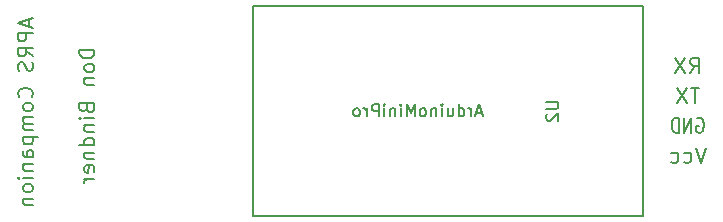
<source format=gbo>
G04 #@! TF.FileFunction,Legend,Bot*
%FSLAX46Y46*%
G04 Gerber Fmt 4.6, Leading zero omitted, Abs format (unit mm)*
G04 Created by KiCad (PCBNEW no-vcs-found-product) date Thu 23 Jul 2015 04:44:35 PM CDT*
%MOMM*%
G01*
G04 APERTURE LIST*
%ADD10C,0.127000*%
G04 APERTURE END LIST*
D10*
X141544524Y-108482190D02*
X140274524Y-108482190D01*
X140274524Y-108784571D01*
X140335000Y-108965999D01*
X140455952Y-109086952D01*
X140576905Y-109147428D01*
X140818810Y-109207904D01*
X141000238Y-109207904D01*
X141242143Y-109147428D01*
X141363095Y-109086952D01*
X141484048Y-108965999D01*
X141544524Y-108784571D01*
X141544524Y-108482190D01*
X141544524Y-109933619D02*
X141484048Y-109812666D01*
X141423571Y-109752190D01*
X141302619Y-109691714D01*
X140939762Y-109691714D01*
X140818810Y-109752190D01*
X140758333Y-109812666D01*
X140697857Y-109933619D01*
X140697857Y-110115047D01*
X140758333Y-110235999D01*
X140818810Y-110296476D01*
X140939762Y-110356952D01*
X141302619Y-110356952D01*
X141423571Y-110296476D01*
X141484048Y-110235999D01*
X141544524Y-110115047D01*
X141544524Y-109933619D01*
X140697857Y-110901238D02*
X141544524Y-110901238D01*
X140818810Y-110901238D02*
X140758333Y-110961714D01*
X140697857Y-111082667D01*
X140697857Y-111264095D01*
X140758333Y-111385047D01*
X140879286Y-111445524D01*
X141544524Y-111445524D01*
X140879286Y-113441238D02*
X140939762Y-113622667D01*
X141000238Y-113683143D01*
X141121190Y-113743619D01*
X141302619Y-113743619D01*
X141423571Y-113683143D01*
X141484048Y-113622667D01*
X141544524Y-113501714D01*
X141544524Y-113017905D01*
X140274524Y-113017905D01*
X140274524Y-113441238D01*
X140335000Y-113562191D01*
X140395476Y-113622667D01*
X140516429Y-113683143D01*
X140637381Y-113683143D01*
X140758333Y-113622667D01*
X140818810Y-113562191D01*
X140879286Y-113441238D01*
X140879286Y-113017905D01*
X141544524Y-114287905D02*
X140697857Y-114287905D01*
X140274524Y-114287905D02*
X140335000Y-114227429D01*
X140395476Y-114287905D01*
X140335000Y-114348381D01*
X140274524Y-114287905D01*
X140395476Y-114287905D01*
X140697857Y-114892667D02*
X141544524Y-114892667D01*
X140818810Y-114892667D02*
X140758333Y-114953143D01*
X140697857Y-115074096D01*
X140697857Y-115255524D01*
X140758333Y-115376476D01*
X140879286Y-115436953D01*
X141544524Y-115436953D01*
X141544524Y-116586001D02*
X140274524Y-116586001D01*
X141484048Y-116586001D02*
X141544524Y-116465048D01*
X141544524Y-116223144D01*
X141484048Y-116102191D01*
X141423571Y-116041715D01*
X141302619Y-115981239D01*
X140939762Y-115981239D01*
X140818810Y-116041715D01*
X140758333Y-116102191D01*
X140697857Y-116223144D01*
X140697857Y-116465048D01*
X140758333Y-116586001D01*
X140697857Y-117190763D02*
X141544524Y-117190763D01*
X140818810Y-117190763D02*
X140758333Y-117251239D01*
X140697857Y-117372192D01*
X140697857Y-117553620D01*
X140758333Y-117674572D01*
X140879286Y-117735049D01*
X141544524Y-117735049D01*
X141484048Y-118823620D02*
X141544524Y-118702668D01*
X141544524Y-118460763D01*
X141484048Y-118339811D01*
X141363095Y-118279335D01*
X140879286Y-118279335D01*
X140758333Y-118339811D01*
X140697857Y-118460763D01*
X140697857Y-118702668D01*
X140758333Y-118823620D01*
X140879286Y-118884097D01*
X141000238Y-118884097D01*
X141121190Y-118279335D01*
X141544524Y-119428382D02*
X140697857Y-119428382D01*
X140939762Y-119428382D02*
X140818810Y-119488858D01*
X140758333Y-119549334D01*
X140697857Y-119670287D01*
X140697857Y-119791239D01*
X135974667Y-105899857D02*
X135974667Y-106504619D01*
X136337524Y-105778904D02*
X135067524Y-106202238D01*
X136337524Y-106625571D01*
X136337524Y-107048904D02*
X135067524Y-107048904D01*
X135067524Y-107532713D01*
X135128000Y-107653666D01*
X135188476Y-107714142D01*
X135309429Y-107774618D01*
X135490857Y-107774618D01*
X135611810Y-107714142D01*
X135672286Y-107653666D01*
X135732762Y-107532713D01*
X135732762Y-107048904D01*
X136337524Y-109044618D02*
X135732762Y-108621285D01*
X136337524Y-108318904D02*
X135067524Y-108318904D01*
X135067524Y-108802713D01*
X135128000Y-108923666D01*
X135188476Y-108984142D01*
X135309429Y-109044618D01*
X135490857Y-109044618D01*
X135611810Y-108984142D01*
X135672286Y-108923666D01*
X135732762Y-108802713D01*
X135732762Y-108318904D01*
X136277048Y-109528428D02*
X136337524Y-109709856D01*
X136337524Y-110012237D01*
X136277048Y-110133190D01*
X136216571Y-110193666D01*
X136095619Y-110254142D01*
X135974667Y-110254142D01*
X135853714Y-110193666D01*
X135793238Y-110133190D01*
X135732762Y-110012237D01*
X135672286Y-109770333D01*
X135611810Y-109649380D01*
X135551333Y-109588904D01*
X135430381Y-109528428D01*
X135309429Y-109528428D01*
X135188476Y-109588904D01*
X135128000Y-109649380D01*
X135067524Y-109770333D01*
X135067524Y-110072713D01*
X135128000Y-110254142D01*
X136216571Y-112491761D02*
X136277048Y-112431285D01*
X136337524Y-112249856D01*
X136337524Y-112128904D01*
X136277048Y-111947476D01*
X136156095Y-111826523D01*
X136035143Y-111766047D01*
X135793238Y-111705571D01*
X135611810Y-111705571D01*
X135369905Y-111766047D01*
X135248952Y-111826523D01*
X135128000Y-111947476D01*
X135067524Y-112128904D01*
X135067524Y-112249856D01*
X135128000Y-112431285D01*
X135188476Y-112491761D01*
X136337524Y-113217476D02*
X136277048Y-113096523D01*
X136216571Y-113036047D01*
X136095619Y-112975571D01*
X135732762Y-112975571D01*
X135611810Y-113036047D01*
X135551333Y-113096523D01*
X135490857Y-113217476D01*
X135490857Y-113398904D01*
X135551333Y-113519856D01*
X135611810Y-113580333D01*
X135732762Y-113640809D01*
X136095619Y-113640809D01*
X136216571Y-113580333D01*
X136277048Y-113519856D01*
X136337524Y-113398904D01*
X136337524Y-113217476D01*
X136337524Y-114185095D02*
X135490857Y-114185095D01*
X135611810Y-114185095D02*
X135551333Y-114245571D01*
X135490857Y-114366524D01*
X135490857Y-114547952D01*
X135551333Y-114668904D01*
X135672286Y-114729381D01*
X136337524Y-114729381D01*
X135672286Y-114729381D02*
X135551333Y-114789857D01*
X135490857Y-114910809D01*
X135490857Y-115092238D01*
X135551333Y-115213190D01*
X135672286Y-115273666D01*
X136337524Y-115273666D01*
X135490857Y-115878428D02*
X136760857Y-115878428D01*
X135551333Y-115878428D02*
X135490857Y-115999380D01*
X135490857Y-116241285D01*
X135551333Y-116362237D01*
X135611810Y-116422714D01*
X135732762Y-116483190D01*
X136095619Y-116483190D01*
X136216571Y-116422714D01*
X136277048Y-116362237D01*
X136337524Y-116241285D01*
X136337524Y-115999380D01*
X136277048Y-115878428D01*
X136337524Y-117571762D02*
X135672286Y-117571762D01*
X135551333Y-117511285D01*
X135490857Y-117390333D01*
X135490857Y-117148428D01*
X135551333Y-117027476D01*
X136277048Y-117571762D02*
X136337524Y-117450809D01*
X136337524Y-117148428D01*
X136277048Y-117027476D01*
X136156095Y-116967000D01*
X136035143Y-116967000D01*
X135914190Y-117027476D01*
X135853714Y-117148428D01*
X135853714Y-117450809D01*
X135793238Y-117571762D01*
X135490857Y-118176524D02*
X136337524Y-118176524D01*
X135611810Y-118176524D02*
X135551333Y-118237000D01*
X135490857Y-118357953D01*
X135490857Y-118539381D01*
X135551333Y-118660333D01*
X135672286Y-118720810D01*
X136337524Y-118720810D01*
X136337524Y-119325572D02*
X135490857Y-119325572D01*
X135067524Y-119325572D02*
X135128000Y-119265096D01*
X135188476Y-119325572D01*
X135128000Y-119386048D01*
X135067524Y-119325572D01*
X135188476Y-119325572D01*
X136337524Y-120111763D02*
X136277048Y-119990810D01*
X136216571Y-119930334D01*
X136095619Y-119869858D01*
X135732762Y-119869858D01*
X135611810Y-119930334D01*
X135551333Y-119990810D01*
X135490857Y-120111763D01*
X135490857Y-120293191D01*
X135551333Y-120414143D01*
X135611810Y-120474620D01*
X135732762Y-120535096D01*
X136095619Y-120535096D01*
X136216571Y-120474620D01*
X136277048Y-120414143D01*
X136337524Y-120293191D01*
X136337524Y-120111763D01*
X135490857Y-121079382D02*
X136337524Y-121079382D01*
X135611810Y-121079382D02*
X135551333Y-121139858D01*
X135490857Y-121260811D01*
X135490857Y-121442239D01*
X135551333Y-121563191D01*
X135672286Y-121623668D01*
X136337524Y-121623668D01*
X193281904Y-116779524D02*
X192858570Y-118049524D01*
X192435237Y-116779524D01*
X191467618Y-117989048D02*
X191588571Y-118049524D01*
X191830475Y-118049524D01*
X191951428Y-117989048D01*
X192011904Y-117928571D01*
X192072380Y-117807619D01*
X192072380Y-117444762D01*
X192011904Y-117323810D01*
X191951428Y-117263333D01*
X191830475Y-117202857D01*
X191588571Y-117202857D01*
X191467618Y-117263333D01*
X190379047Y-117989048D02*
X190500000Y-118049524D01*
X190741904Y-118049524D01*
X190862857Y-117989048D01*
X190923333Y-117928571D01*
X190983809Y-117807619D01*
X190983809Y-117444762D01*
X190923333Y-117323810D01*
X190862857Y-117263333D01*
X190741904Y-117202857D01*
X190500000Y-117202857D01*
X190379047Y-117263333D01*
X192544095Y-114300000D02*
X192640857Y-114239524D01*
X192786000Y-114239524D01*
X192931142Y-114300000D01*
X193027904Y-114420952D01*
X193076285Y-114541905D01*
X193124666Y-114783810D01*
X193124666Y-114965238D01*
X193076285Y-115207143D01*
X193027904Y-115328095D01*
X192931142Y-115449048D01*
X192786000Y-115509524D01*
X192689238Y-115509524D01*
X192544095Y-115449048D01*
X192495714Y-115388571D01*
X192495714Y-114965238D01*
X192689238Y-114965238D01*
X192060285Y-115509524D02*
X192060285Y-114239524D01*
X191479714Y-115509524D01*
X191479714Y-114239524D01*
X190995904Y-115509524D02*
X190995904Y-114239524D01*
X190753999Y-114239524D01*
X190608857Y-114300000D01*
X190512095Y-114420952D01*
X190463714Y-114541905D01*
X190415333Y-114783810D01*
X190415333Y-114965238D01*
X190463714Y-115207143D01*
X190512095Y-115328095D01*
X190608857Y-115449048D01*
X190753999Y-115509524D01*
X190995904Y-115509524D01*
X192737619Y-111699524D02*
X192011904Y-111699524D01*
X192374761Y-112969524D02*
X192374761Y-111699524D01*
X191709523Y-111699524D02*
X190862857Y-112969524D01*
X190862857Y-111699524D02*
X191709523Y-112969524D01*
X191981667Y-110429524D02*
X192405000Y-109824762D01*
X192707381Y-110429524D02*
X192707381Y-109159524D01*
X192223572Y-109159524D01*
X192102619Y-109220000D01*
X192042143Y-109280476D01*
X191981667Y-109401429D01*
X191981667Y-109582857D01*
X192042143Y-109703810D01*
X192102619Y-109764286D01*
X192223572Y-109824762D01*
X192707381Y-109824762D01*
X191558333Y-109159524D02*
X190711667Y-110429524D01*
X190711667Y-109159524D02*
X191558333Y-110429524D01*
X154940000Y-122555000D02*
X154940000Y-104775000D01*
X154940000Y-104775000D02*
X187960000Y-104775000D01*
X187960000Y-104775000D02*
X187960000Y-122555000D01*
X187960000Y-122555000D02*
X154940000Y-122555000D01*
X179783619Y-112890905D02*
X180606095Y-112890905D01*
X180702857Y-112939286D01*
X180751238Y-112987667D01*
X180799619Y-113084429D01*
X180799619Y-113277952D01*
X180751238Y-113374714D01*
X180702857Y-113423095D01*
X180606095Y-113471476D01*
X179783619Y-113471476D01*
X179880381Y-113906905D02*
X179832000Y-113955286D01*
X179783619Y-114052048D01*
X179783619Y-114293952D01*
X179832000Y-114390714D01*
X179880381Y-114439095D01*
X179977143Y-114487476D01*
X180073905Y-114487476D01*
X180219048Y-114439095D01*
X180799619Y-113858524D01*
X180799619Y-114487476D01*
X174352857Y-113834333D02*
X173869048Y-113834333D01*
X174449619Y-114124619D02*
X174110952Y-113108619D01*
X173772286Y-114124619D01*
X173433619Y-114124619D02*
X173433619Y-113447286D01*
X173433619Y-113640810D02*
X173385238Y-113544048D01*
X173336857Y-113495667D01*
X173240095Y-113447286D01*
X173143334Y-113447286D01*
X172369239Y-114124619D02*
X172369239Y-113108619D01*
X172369239Y-114076238D02*
X172466001Y-114124619D01*
X172659524Y-114124619D01*
X172756286Y-114076238D01*
X172804667Y-114027857D01*
X172853048Y-113931095D01*
X172853048Y-113640810D01*
X172804667Y-113544048D01*
X172756286Y-113495667D01*
X172659524Y-113447286D01*
X172466001Y-113447286D01*
X172369239Y-113495667D01*
X171450001Y-113447286D02*
X171450001Y-114124619D01*
X171885429Y-113447286D02*
X171885429Y-113979476D01*
X171837048Y-114076238D01*
X171740286Y-114124619D01*
X171595144Y-114124619D01*
X171498382Y-114076238D01*
X171450001Y-114027857D01*
X170966191Y-114124619D02*
X170966191Y-113447286D01*
X170966191Y-113108619D02*
X171014572Y-113157000D01*
X170966191Y-113205381D01*
X170917810Y-113157000D01*
X170966191Y-113108619D01*
X170966191Y-113205381D01*
X170482381Y-113447286D02*
X170482381Y-114124619D01*
X170482381Y-113544048D02*
X170434000Y-113495667D01*
X170337238Y-113447286D01*
X170192096Y-113447286D01*
X170095334Y-113495667D01*
X170046953Y-113592429D01*
X170046953Y-114124619D01*
X169418000Y-114124619D02*
X169514762Y-114076238D01*
X169563143Y-114027857D01*
X169611524Y-113931095D01*
X169611524Y-113640810D01*
X169563143Y-113544048D01*
X169514762Y-113495667D01*
X169418000Y-113447286D01*
X169272858Y-113447286D01*
X169176096Y-113495667D01*
X169127715Y-113544048D01*
X169079334Y-113640810D01*
X169079334Y-113931095D01*
X169127715Y-114027857D01*
X169176096Y-114076238D01*
X169272858Y-114124619D01*
X169418000Y-114124619D01*
X168643905Y-114124619D02*
X168643905Y-113108619D01*
X168305239Y-113834333D01*
X167966572Y-113108619D01*
X167966572Y-114124619D01*
X167482762Y-114124619D02*
X167482762Y-113447286D01*
X167482762Y-113108619D02*
X167531143Y-113157000D01*
X167482762Y-113205381D01*
X167434381Y-113157000D01*
X167482762Y-113108619D01*
X167482762Y-113205381D01*
X166998952Y-113447286D02*
X166998952Y-114124619D01*
X166998952Y-113544048D02*
X166950571Y-113495667D01*
X166853809Y-113447286D01*
X166708667Y-113447286D01*
X166611905Y-113495667D01*
X166563524Y-113592429D01*
X166563524Y-114124619D01*
X166079714Y-114124619D02*
X166079714Y-113447286D01*
X166079714Y-113108619D02*
X166128095Y-113157000D01*
X166079714Y-113205381D01*
X166031333Y-113157000D01*
X166079714Y-113108619D01*
X166079714Y-113205381D01*
X165595904Y-114124619D02*
X165595904Y-113108619D01*
X165208857Y-113108619D01*
X165112095Y-113157000D01*
X165063714Y-113205381D01*
X165015333Y-113302143D01*
X165015333Y-113447286D01*
X165063714Y-113544048D01*
X165112095Y-113592429D01*
X165208857Y-113640810D01*
X165595904Y-113640810D01*
X164579904Y-114124619D02*
X164579904Y-113447286D01*
X164579904Y-113640810D02*
X164531523Y-113544048D01*
X164483142Y-113495667D01*
X164386380Y-113447286D01*
X164289619Y-113447286D01*
X163805809Y-114124619D02*
X163902571Y-114076238D01*
X163950952Y-114027857D01*
X163999333Y-113931095D01*
X163999333Y-113640810D01*
X163950952Y-113544048D01*
X163902571Y-113495667D01*
X163805809Y-113447286D01*
X163660667Y-113447286D01*
X163563905Y-113495667D01*
X163515524Y-113544048D01*
X163467143Y-113640810D01*
X163467143Y-113931095D01*
X163515524Y-114027857D01*
X163563905Y-114076238D01*
X163660667Y-114124619D01*
X163805809Y-114124619D01*
M02*

</source>
